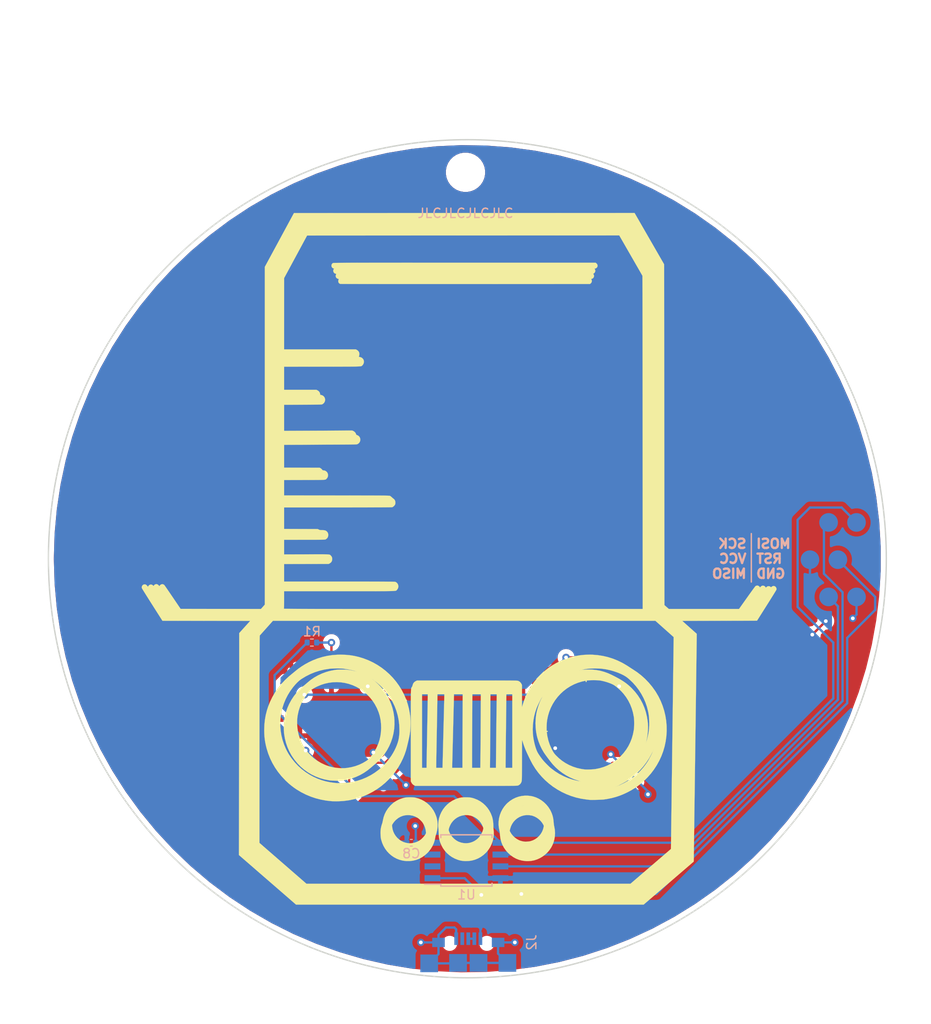
<source format=kicad_pcb>
(kicad_pcb (version 20171130) (host pcbnew 5.1.10)
  (layers (0 F.Cu signal) (31 B.Cu signal) (34 B.Paste user) (35 F.Paste user) (36 B.SilkS user) (37 F.SilkS user hide) (38 B.Mask user) (39 F.Mask user hide) (44 Edge.Cuts user))
  (net 0 "")
  (net 1 GND)
  (net 2 VCC)
  (net 3 "Net-(D1-Pad1)")
  (net 4 "Net-(D1-Pad3)")
  (net 5 "Net-(D15-Pad1)")
  (net 6 "Net-(D2-Pad1)")
  (net 7 "Net-(D3-Pad1)")
  (net 8 "Net-(D4-Pad1)")
  (net 9 "Net-(D5-Pad1)")
  (net 10 "Net-(D6-Pad1)")
  (net 11 "Net-(D7-Pad1)")
  (net 12 "Net-(D10-Pad3)")
  (net 13 "Net-(D10-Pad1)")
  (net 14 "Net-(D11-Pad1)")
  (net 15 "Net-(D12-Pad1)")
  (net 16 "Net-(D13-Pad1)")
  (net 17 "Net-(D14-Pad1)")
  (net 18 "Net-(D16-Pad1)")
  (net 19 /MISO)
  (net 20 /SCK)
  (net 21 /LEDS)
  (net 22 /RST)
  (net 23 "Net-(J2-Pad2)")
  (net 24 "Net-(J2-Pad4)")
  (net 25 "Net-(U1-Pad2)")
  (net 26 "Net-(U1-Pad3)")
  (net 27 "Net-(D8-Pad1)")
  (module MountingHole:MountingHole_3.2mm_M3 (layer F.Cu) (at 150 58.5)
    (fp_text reference REF** hide)
    (fp_text value MountingHole_3.2mm_M3)
    (pad 1 np_thru_hole circle (at 0 0) (size 3.2 3.2) (drill 3.2) (layers *.Cu *.Mask))
  )
  (module footprint:footprint (layer F.Cu) (at 148 103)
    (fp_text reference Ref** hide)
    (fp_text value Val** hide)
  )
  (module Capacitor_SMD:C_0402_1005Metric (layer F.Cu) (at 158.68 118.9)
    (fp_text reference C2 hide)
    (fp_text value 100n)
    (pad 2 smd roundrect (at 0.48 0) (size 0.56 0.62) (layers F.Cu F.Paste F.Mask) (net 1 GND))
    (pad 1 smd roundrect (at -0.48 0) (size 0.56 0.62) (layers F.Cu F.Paste F.Mask) (net 2 VCC))
  )
  (module Capacitor_SMD:C_0402_1005Metric (layer F.Cu) (at 168.32 117.2 180)
    (fp_text reference C6 hide)
    (fp_text value 100n)
    (pad 2 smd roundrect (at 0.48 0 180) (size 0.56 0.62) (layers F.Cu F.Paste F.Mask) (net 1 GND))
    (pad 1 smd roundrect (at -0.48 0 180) (size 0.56 0.62) (layers F.Cu F.Paste F.Mask) (net 2 VCC))
  )
  (module Capacitor_SMD:C_0402_1005Metric (layer F.Cu) (at 162.6 113.08 270)
    (fp_text reference C3 hide)
    (fp_text value 100n)
    (pad 1 smd roundrect (at -0.48 0 270) (size 0.56 0.62) (layers F.Cu F.Paste F.Mask) (net 2 VCC))
    (pad 2 smd roundrect (at 0.48 0 270) (size 0.56 0.62) (layers F.Cu F.Paste F.Mask) (net 1 GND))
  )
  (module Capacitor_SMD:C_0402_1005Metric (layer F.Cu) (at 135.6 113.08 270)
    (fp_text reference C7 hide)
    (fp_text value 100n)
    (pad 1 smd roundrect (at -0.48 0 270) (size 0.56 0.62) (layers F.Cu F.Paste F.Mask) (net 2 VCC))
    (pad 2 smd roundrect (at 0.48 0 270) (size 0.56 0.62) (layers F.Cu F.Paste F.Mask) (net 1 GND))
  )
  (module Capacitor_SMD:C_0402_1005Metric (layer F.Cu) (at 131.73 119)
    (fp_text reference C4 hide)
    (fp_text value 100n)
    (pad 2 smd roundrect (at 0.48 0) (size 0.56 0.62) (layers F.Cu F.Paste F.Mask) (net 1 GND))
    (pad 1 smd roundrect (at -0.48 0) (size 0.56 0.62) (layers F.Cu F.Paste F.Mask) (net 2 VCC))
  )
  (module Capacitor_SMD:C_0402_1005Metric (layer B.Cu) (at 144.18 130.5)
    (fp_text reference C8 (at 0 1.16) (layer B.SilkS) (effects (justify mirror)))
    (fp_text value 100n)
    (pad 2 smd roundrect (at 0.48 0) (size 0.56 0.62) (layers B.Cu B.Paste B.Mask) (net 1 GND))
    (pad 1 smd roundrect (at -0.48 0) (size 0.56 0.62) (layers B.Cu B.Paste B.Mask) (net 2 VCC))
  )
  (module Capacitor_SMD:C_0402_1005Metric (layer F.Cu) (at 164.4 122.82 90)
    (fp_text reference C5 hide)
    (fp_text value 100n)
    (pad 1 smd roundrect (at -0.48 0 90) (size 0.56 0.62) (layers F.Cu F.Paste F.Mask) (net 2 VCC))
    (pad 2 smd roundrect (at 0.48 0 90) (size 0.56 0.62) (layers F.Cu F.Paste F.Mask) (net 1 GND))
  )
  (module Capacitor_SMD:C_0402_1005Metric (layer F.Cu) (at 137.5 122.77 90)
    (fp_text reference C9 hide)
    (fp_text value 100n)
    (pad 1 smd roundrect (at -0.48 0 90) (size 0.56 0.62) (layers F.Cu F.Paste F.Mask) (net 2 VCC))
    (pad 2 smd roundrect (at 0.48 0 90) (size 0.56 0.62) (layers F.Cu F.Paste F.Mask) (net 1 GND))
  )
  (module Capacitor_SMD:C_0402_1005Metric (layer F.Cu) (at 141.52 117 180)
    (fp_text reference C1 hide)
    (fp_text value 100n)
    (pad 1 smd roundrect (at -0.48 0 180) (size 0.56 0.62) (layers F.Cu F.Paste F.Mask) (net 2 VCC))
    (pad 2 smd roundrect (at 0.48 0 180) (size 0.56 0.62) (layers F.Cu F.Paste F.Mask) (net 1 GND))
  )
  (module footprint:ws2812_2020 (layer F.Cu) (at 136.5 111)
    (fp_text reference D1 hide)
    (fp_text value 2812B_2020)
    (pad 1 smd rect (at 0.915 0.55) (size 0.7 0.7) (layers F.Cu F.Paste F.Mask) (net 3 "Net-(D1-Pad1)"))
    (pad 2 smd rect (at 0.915 -0.55) (size 0.7 0.7) (layers F.Cu F.Paste F.Mask) (net 1 GND))
    (pad 3 smd rect (at -0.915 -0.55) (size 0.7 0.7) (layers F.Cu F.Paste F.Mask) (net 4 "Net-(D1-Pad3)"))
    (pad 4 smd rect (at -0.915 0.55) (size 0.7 0.7) (layers F.Cu F.Paste F.Mask) (net 2 VCC))
  )
  (module footprint:ws2812_2020 (layer F.Cu) (at 163.5 111)
    (fp_text reference D9 hide)
    (fp_text value 2812B_2020)
    (pad 4 smd rect (at -0.915 0.55) (size 0.7 0.7) (layers F.Cu F.Paste F.Mask) (net 2 VCC))
    (pad 3 smd rect (at -0.915 -0.55) (size 0.7 0.7) (layers F.Cu F.Paste F.Mask) (net 27 "Net-(D8-Pad1)"))
    (pad 2 smd rect (at 0.915 -0.55) (size 0.7 0.7) (layers F.Cu F.Paste F.Mask) (net 1 GND))
    (pad 1 smd rect (at 0.915 0.55) (size 0.7 0.7) (layers F.Cu F.Paste F.Mask) (net 12 "Net-(D10-Pad3)"))
  )
  (module footprint:ws2812_2020 (layer F.Cu) (at 141.5 113.1 315)
    (fp_text reference D2 hide)
    (fp_text value 2812B_2020)
    (pad 4 smd rect (at -0.915 0.55 315) (size 0.7 0.7) (layers F.Cu F.Paste F.Mask) (net 2 VCC))
    (pad 3 smd rect (at -0.915 -0.55 315) (size 0.7 0.7) (layers F.Cu F.Paste F.Mask) (net 3 "Net-(D1-Pad1)"))
    (pad 2 smd rect (at 0.915 -0.55 315) (size 0.7 0.7) (layers F.Cu F.Paste F.Mask) (net 1 GND))
    (pad 1 smd rect (at 0.915 0.55 315) (size 0.7 0.7) (layers F.Cu F.Paste F.Mask) (net 6 "Net-(D2-Pad1)"))
  )
  (module footprint:ws2812_2020 (layer F.Cu) (at 168.5 113 315)
    (fp_text reference D10 hide)
    (fp_text value 2812B_2020)
    (pad 1 smd rect (at 0.915 0.55 315) (size 0.7 0.7) (layers F.Cu F.Paste F.Mask) (net 13 "Net-(D10-Pad1)"))
    (pad 2 smd rect (at 0.915 -0.55 315) (size 0.7 0.7) (layers F.Cu F.Paste F.Mask) (net 1 GND))
    (pad 3 smd rect (at -0.915 -0.55 315) (size 0.7 0.7) (layers F.Cu F.Paste F.Mask) (net 12 "Net-(D10-Pad3)"))
    (pad 4 smd rect (at -0.915 0.55 315) (size 0.7 0.7) (layers F.Cu F.Paste F.Mask) (net 2 VCC))
  )
  (module footprint:ws2812_2020 (layer F.Cu) (at 143.55 117.915 270)
    (fp_text reference D3 hide)
    (fp_text value 2812B_2020)
    (pad 1 smd rect (at 0.915 0.55 270) (size 0.7 0.7) (layers F.Cu F.Paste F.Mask) (net 7 "Net-(D3-Pad1)"))
    (pad 2 smd rect (at 0.915 -0.55 270) (size 0.7 0.7) (layers F.Cu F.Paste F.Mask) (net 1 GND))
    (pad 3 smd rect (at -0.915 -0.55 270) (size 0.7 0.7) (layers F.Cu F.Paste F.Mask) (net 6 "Net-(D2-Pad1)"))
    (pad 4 smd rect (at -0.915 0.55 270) (size 0.7 0.7) (layers F.Cu F.Paste F.Mask) (net 2 VCC))
  )
  (module footprint:ws2812_2020 (layer F.Cu) (at 170.5 118.1 270)
    (fp_text reference D11 hide)
    (fp_text value 2812B_2020)
    (pad 4 smd rect (at -0.915 0.55 270) (size 0.7 0.7) (layers F.Cu F.Paste F.Mask) (net 2 VCC))
    (pad 3 smd rect (at -0.915 -0.55 270) (size 0.7 0.7) (layers F.Cu F.Paste F.Mask) (net 13 "Net-(D10-Pad1)"))
    (pad 2 smd rect (at 0.915 -0.55 270) (size 0.7 0.7) (layers F.Cu F.Paste F.Mask) (net 1 GND))
    (pad 1 smd rect (at 0.915 0.55 270) (size 0.7 0.7) (layers F.Cu F.Paste F.Mask) (net 14 "Net-(D11-Pad1)"))
  )
  (module footprint:ws2812_2020 (layer F.Cu) (at 141.435911 122.941906 225)
    (fp_text reference D4 hide)
    (fp_text value 2812B_2020)
    (pad 4 smd rect (at -0.915 0.55 225) (size 0.7 0.7) (layers F.Cu F.Paste F.Mask) (net 2 VCC))
    (pad 3 smd rect (at -0.915 -0.55 225) (size 0.7 0.7) (layers F.Cu F.Paste F.Mask) (net 7 "Net-(D3-Pad1)"))
    (pad 2 smd rect (at 0.915 -0.55 225) (size 0.7 0.7) (layers F.Cu F.Paste F.Mask) (net 1 GND))
    (pad 1 smd rect (at 0.915 0.55 225) (size 0.7 0.7) (layers F.Cu F.Paste F.Mask) (net 8 "Net-(D4-Pad1)"))
  )
  (module footprint:ws2812_2020 (layer F.Cu) (at 168.464089 122.958094 225)
    (fp_text reference D12 hide)
    (fp_text value 2812B_2020)
    (pad 1 smd rect (at 0.915 0.55 225) (size 0.7 0.7) (layers F.Cu F.Paste F.Mask) (net 15 "Net-(D12-Pad1)"))
    (pad 2 smd rect (at 0.915 -0.55 225) (size 0.7 0.7) (layers F.Cu F.Paste F.Mask) (net 1 GND))
    (pad 3 smd rect (at -0.915 -0.55 225) (size 0.7 0.7) (layers F.Cu F.Paste F.Mask) (net 14 "Net-(D11-Pad1)"))
    (pad 4 smd rect (at -0.915 0.55 225) (size 0.7 0.7) (layers F.Cu F.Paste F.Mask) (net 2 VCC))
  )
  (module footprint:ws2812_2020 (layer F.Cu) (at 136.585 124.95 180)
    (fp_text reference D5 hide)
    (fp_text value 2812B_2020)
    (pad 1 smd rect (at 0.915 0.55 180) (size 0.7 0.7) (layers F.Cu F.Paste F.Mask) (net 9 "Net-(D5-Pad1)"))
    (pad 2 smd rect (at 0.915 -0.55 180) (size 0.7 0.7) (layers F.Cu F.Paste F.Mask) (net 1 GND))
    (pad 3 smd rect (at -0.915 -0.55 180) (size 0.7 0.7) (layers F.Cu F.Paste F.Mask) (net 8 "Net-(D4-Pad1)"))
    (pad 4 smd rect (at -0.915 0.55 180) (size 0.7 0.7) (layers F.Cu F.Paste F.Mask) (net 2 VCC))
  )
  (module footprint:ws2812_2020 (layer F.Cu) (at 163.5 125 180)
    (fp_text reference D13 hide)
    (fp_text value 2812B_2020)
    (pad 4 smd rect (at -0.915 0.55 180) (size 0.7 0.7) (layers F.Cu F.Paste F.Mask) (net 2 VCC))
    (pad 3 smd rect (at -0.915 -0.55 180) (size 0.7 0.7) (layers F.Cu F.Paste F.Mask) (net 15 "Net-(D12-Pad1)"))
    (pad 2 smd rect (at 0.915 -0.55 180) (size 0.7 0.7) (layers F.Cu F.Paste F.Mask) (net 1 GND))
    (pad 1 smd rect (at 0.915 0.55 180) (size 0.7 0.7) (layers F.Cu F.Paste F.Mask) (net 16 "Net-(D13-Pad1)"))
  )
  (module footprint:ws2812_2020 (layer F.Cu) (at 131.8 123.15 135)
    (fp_text reference D6 hide)
    (fp_text value 2812B_2020)
    (pad 4 smd rect (at -0.915 0.55 135) (size 0.7 0.7) (layers F.Cu F.Paste F.Mask) (net 2 VCC))
    (pad 3 smd rect (at -0.915 -0.55 135) (size 0.7 0.7) (layers F.Cu F.Paste F.Mask) (net 9 "Net-(D5-Pad1)"))
    (pad 2 smd rect (at 0.915 -0.55 135) (size 0.7 0.7) (layers F.Cu F.Paste F.Mask) (net 1 GND))
    (pad 1 smd rect (at 0.915 0.55 135) (size 0.7 0.7) (layers F.Cu F.Paste F.Mask) (net 10 "Net-(D6-Pad1)"))
  )
  (module footprint:ws2812_2020 (layer F.Cu) (at 158.6 122.9 135)
    (fp_text reference D14 hide)
    (fp_text value 2812B_2020)
    (pad 1 smd rect (at 0.915 0.55 135) (size 0.7 0.7) (layers F.Cu F.Paste F.Mask) (net 17 "Net-(D14-Pad1)"))
    (pad 2 smd rect (at 0.915 -0.55 135) (size 0.7 0.7) (layers F.Cu F.Paste F.Mask) (net 1 GND))
    (pad 3 smd rect (at -0.915 -0.55 135) (size 0.7 0.7) (layers F.Cu F.Paste F.Mask) (net 16 "Net-(D13-Pad1)"))
    (pad 4 smd rect (at -0.915 0.55 135) (size 0.7 0.7) (layers F.Cu F.Paste F.Mask) (net 2 VCC))
  )
  (module footprint:ws2812_2020 (layer F.Cu) (at 129.55 118.085 90)
    (fp_text reference D7 hide)
    (fp_text value 2812B_2020)
    (pad 1 smd rect (at 0.915 0.55 90) (size 0.7 0.7) (layers F.Cu F.Paste F.Mask) (net 11 "Net-(D7-Pad1)"))
    (pad 2 smd rect (at 0.915 -0.55 90) (size 0.7 0.7) (layers F.Cu F.Paste F.Mask) (net 1 GND))
    (pad 3 smd rect (at -0.915 -0.55 90) (size 0.7 0.7) (layers F.Cu F.Paste F.Mask) (net 10 "Net-(D6-Pad1)"))
    (pad 4 smd rect (at -0.915 0.55 90) (size 0.7 0.7) (layers F.Cu F.Paste F.Mask) (net 2 VCC))
  )
  (module footprint:ws2812_2020 (layer F.Cu) (at 156.5 118 90)
    (fp_text reference D15 hide)
    (fp_text value 2812B_2020)
    (pad 4 smd rect (at -0.915 0.55 90) (size 0.7 0.7) (layers F.Cu F.Paste F.Mask) (net 2 VCC))
    (pad 3 smd rect (at -0.915 -0.55 90) (size 0.7 0.7) (layers F.Cu F.Paste F.Mask) (net 17 "Net-(D14-Pad1)"))
    (pad 2 smd rect (at 0.915 -0.55 90) (size 0.7 0.7) (layers F.Cu F.Paste F.Mask) (net 1 GND))
    (pad 1 smd rect (at 0.915 0.55 90) (size 0.7 0.7) (layers F.Cu F.Paste F.Mask) (net 5 "Net-(D15-Pad1)"))
  )
  (module footprint:ws2812_2020 (layer F.Cu) (at 131.6 113.1 45)
    (fp_text reference D8 hide)
    (fp_text value 2812B_2020)
    (pad 1 smd rect (at 0.915 0.55 45) (size 0.7 0.7) (layers F.Cu F.Paste F.Mask) (net 27 "Net-(D8-Pad1)"))
    (pad 2 smd rect (at 0.915 -0.55 45) (size 0.7 0.7) (layers F.Cu F.Paste F.Mask) (net 1 GND))
    (pad 3 smd rect (at -0.915 -0.55 45) (size 0.7 0.7) (layers F.Cu F.Paste F.Mask) (net 11 "Net-(D7-Pad1)"))
    (pad 4 smd rect (at -0.915 0.55 45) (size 0.7 0.7) (layers F.Cu F.Paste F.Mask) (net 2 VCC))
  )
  (module footprint:ws2812_2020 (layer F.Cu) (at 158.6 113.1 45)
    (fp_text reference D16 hide)
    (fp_text value 2812B_2020)
    (pad 4 smd rect (at -0.915 0.55 45) (size 0.7 0.7) (layers F.Cu F.Paste F.Mask) (net 2 VCC))
    (pad 3 smd rect (at -0.915 -0.55 45) (size 0.7 0.7) (layers F.Cu F.Paste F.Mask) (net 5 "Net-(D15-Pad1)"))
    (pad 2 smd rect (at 0.915 -0.55 45) (size 0.7 0.7) (layers F.Cu F.Paste F.Mask) (net 1 GND))
    (pad 1 smd rect (at 0.915 0.55 45) (size 0.7 0.7) (layers F.Cu F.Paste F.Mask) (net 18 "Net-(D16-Pad1)"))
  )
  (module footprint:debug_header (layer B.Cu) (at 188 100.1)
    (fp_text reference J1 hide)
    (fp_text value AVR-ISP-6)
    (pad 1 smd circle (at 1 4) (size 2 2) (layers B.Cu B.Paste B.Mask) (net 19 /MISO))
    (pad 2 smd circle (at -1 0) (size 2 2) (layers B.Cu B.Paste B.Mask) (net 2 VCC))
    (pad 3 smd circle (at 1 -4) (size 2 2) (layers B.Cu B.Paste B.Mask) (net 20 /SCK))
    (pad 4 smd circle (at 4 -4) (size 2 2) (layers B.Cu B.Paste B.Mask) (net 21 /LEDS))
    (pad 5 smd circle (at 2 0) (size 2 2) (layers B.Cu B.Paste B.Mask) (net 22 /RST))
    (pad 6 smd circle (at 4 4) (size 2 2) (layers B.Cu B.Paste B.Mask) (net 1 GND))
  )
  (module footprint:micro_usb (layer B.Cu) (at 150.3 140.1 180)
    (fp_text reference J2 (at -6.8 -1.1 90) (layer B.SilkS) (effects (justify mirror)))
    (fp_text value USB_B_Micro)
    (pad 1 smd rect (at -1.3 -0.7 180) (size 0.4 1.35) (layers B.Cu B.Paste B.Mask) (net 2 VCC))
    (pad 2 smd rect (at -0.65 -0.7 180) (size 0.4 1.35) (layers B.Cu B.Paste B.Mask) (net 23 "Net-(J2-Pad2)"))
    (pad 3 smd rect (at 0 -0.7 180) (size 0.4 1.35) (layers B.Cu B.Paste B.Mask) (net 23 "Net-(J2-Pad2)"))
    (pad 4 smd rect (at 0.65 -0.7 180) (size 0.4 1.35) (layers B.Cu B.Paste B.Mask) (net 24 "Net-(J2-Pad4)"))
    (pad 5 smd rect (at 1.3 -0.7 180) (size 0.4 1.35) (layers B.Cu B.Paste B.Mask) (net 1 GND))
    (pad 6 smd rect (at -3.2 -1.1 180) (size 1.35 1) (layers B.Cu B.Paste B.Mask) (net 1 GND))
    (pad 6 smd rect (at 3.2 -1.1 180) (size 1.35 1) (layers B.Cu B.Paste B.Mask) (net 1 GND))
    (pad 6 smd rect (at 4.2 -3.35 180) (size 1.9 1.9) (layers B.Cu B.Paste B.Mask) (net 1 GND))
    (pad 6 smd rect (at -4.2 -3.3 180) (size 1.9 1.9) (layers B.Cu B.Paste B.Mask) (net 1 GND))
    (pad "" np_thru_hole circle (at -2 -1.2 180) (size 0.6 0.6) (drill 0.6) (layers *.Cu *.Mask))
    (pad "" np_thru_hole circle (at 2 -1.2 180) (size 0.6 0.6) (drill 0.6) (layers *.Cu *.Mask))
    (pad 6 smd rect (at -1.1 -3.3 180) (size 1.9 1.9) (layers B.Cu B.Paste B.Mask) (net 1 GND))
    (pad 6 smd rect (at 1.1 -3.3 180) (size 1.9 1.9) (layers B.Cu B.Paste B.Mask) (net 1 GND))
  )
  (module Resistor_SMD:R_0402_1005Metric (layer B.Cu) (at 133.5 109 180)
    (fp_text reference R1 (at 0 1.17) (layer B.SilkS) (effects (justify mirror)))
    (fp_text value 470)
    (pad 1 smd roundrect (at -0.51 0 180) (size 0.54 0.64) (layers B.Cu B.Paste B.Mask) (net 4 "Net-(D1-Pad3)"))
    (pad 2 smd roundrect (at 0.51 0 180) (size 0.54 0.64) (layers B.Cu B.Paste B.Mask) (net 21 /LEDS))
  )
  (module Package_SO:SOIJ-8_5.3x5.3mm_P1.27mm (layer B.Cu) (at 150.1 132.4)
    (fp_text reference U1 (at 0 3.68) (layer B.SilkS) (effects (justify mirror)))
    (fp_text value ATtiny45-20XU)
    (pad 1 smd rect (at -3.65 1.905) (size 1.7 0.65) (layers B.Cu B.Paste B.Mask) (net 22 /RST))
    (pad 2 smd rect (at -3.65 0.635) (size 1.7 0.65) (layers B.Cu B.Paste B.Mask) (net 25 "Net-(U1-Pad2)"))
    (pad 3 smd rect (at -3.65 -0.635) (size 1.7 0.65) (layers B.Cu B.Paste B.Mask) (net 26 "Net-(U1-Pad3)"))
    (pad 4 smd rect (at -3.65 -1.905) (size 1.7 0.65) (layers B.Cu B.Paste B.Mask) (net 1 GND))
    (pad 5 smd rect (at 3.65 -1.905) (size 1.7 0.65) (layers B.Cu B.Paste B.Mask) (net 21 /LEDS))
    (pad 6 smd rect (at 3.65 -0.635) (size 1.7 0.65) (layers B.Cu B.Paste B.Mask) (net 19 /MISO))
    (pad 7 smd rect (at 3.65 0.635) (size 1.7 0.65) (layers B.Cu B.Paste B.Mask) (net 20 /SCK))
    (pad 8 smd rect (at 3.65 1.905) (size 1.7 0.65) (layers B.Cu B.Paste B.Mask) (net 2 VCC))
  )
  (gr_text JLCJLCJLCJLC (at 150 62.9) (layer B.SilkS) (effects (font (size 1 1))))
  (gr_line (start 180.7 97.3) (end 180.7 102.5) (layer B.SilkS) (width 0.15))
  (gr_text "MOSI\nRST\nGND" (at 181.1 100) (layer B.SilkS) (effects (font (size 1 1) (thickness 0.25)) (justify right mirror)))
  (gr_text "SCK\nVCC\nMISO" (at 180.3 100) (layer B.SilkS) (effects (font (size 1 1) (thickness 0.25)) (justify left mirror)))
  (gr_circle (center 150.2 100) (end 195.2 100) (layer Edge.Cuts) (width 0.15))
  (via (at 140.1 120.8) (size 0.8) (drill 0.4) (layers F.Cu B.Cu) (net 1))
  (segment (start 138.99 120.8) (end 140.1 120.8) (width 0.25) (layer F.Cu) (net 1))
  (segment (start 137.5 122.29) (end 138.99 120.8) (width 0.25) (layer F.Cu) (net 1))
  (via (at 143.6 124.3) (size 0.8) (drill 0.4) (layers F.Cu B.Cu) (net 1))
  (segment (start 140.1 120.8) (end 143.6 124.3) (width 0.25) (layer B.Cu) (net 1))
  (via (at 165.6 121) (size 0.8) (drill 0.4) (layers F.Cu B.Cu) (net 1))
  (segment (start 164.4 122.2) (end 165.6 121) (width 0.25) (layer F.Cu) (net 1))
  (segment (start 164.4 122.34) (end 164.4 122.2) (width 0.25) (layer F.Cu) (net 1))
  (via (at 169.6 125.3) (size 0.8) (drill 0.4) (layers F.Cu B.Cu) (net 1))
  (segment (start 169.6 125) (end 169.6 125.3) (width 0.25) (layer B.Cu) (net 1))
  (segment (start 165.6 121) (end 169.6 125) (width 0.25) (layer B.Cu) (net 1))
  (via (at 155.3 141.2) (size 0.8) (drill 0.4) (layers F.Cu B.Cu) (net 1))
  (via (at 145.2 141.2) (size 0.8) (drill 0.4) (layers F.Cu B.Cu) (net 1))
  (segment (start 147 141.2) (end 145.2 141.2) (width 0.25) (layer B.Cu) (net 1))
  (segment (start 147.1 141.2) (end 147 141.2) (width 0.25) (layer B.Cu) (net 1))
  (segment (start 153.5 141.2) (end 155.3 141.2) (width 0.25) (layer B.Cu) (net 1))
  (segment (start 147.1 141.2) (end 147.1 140.4) (width 0.25) (layer B.Cu) (net 1))
  (segment (start 147.1 140.4) (end 147.9 139.6) (width 0.25) (layer B.Cu) (net 1))
  (segment (start 149 139.8) (end 149 140.8) (width 0.25) (layer B.Cu) (net 1))
  (segment (start 148.8 139.6) (end 149 139.8) (width 0.25) (layer B.Cu) (net 1))
  (segment (start 147.9 139.6) (end 148.8 139.6) (width 0.25) (layer B.Cu) (net 1))
  (segment (start 153.5 142.4) (end 154.5 143.4) (width 0.25) (layer B.Cu) (net 1))
  (segment (start 153.5 141.2) (end 153.5 142.4) (width 0.25) (layer B.Cu) (net 1))
  (segment (start 147.1 142.45) (end 146.1 143.45) (width 0.25) (layer B.Cu) (net 1))
  (segment (start 147.1 141.2) (end 147.1 142.45) (width 0.25) (layer B.Cu) (net 1))
  (segment (start 149.15 143.45) (end 149.2 143.4) (width 0.25) (layer B.Cu) (net 1))
  (segment (start 146.1 143.45) (end 149.15 143.45) (width 0.25) (layer B.Cu) (net 1))
  (segment (start 149.2 143.4) (end 151.4 143.4) (width 0.25) (layer B.Cu) (net 1))
  (segment (start 151.4 143.4) (end 154.5 143.4) (width 0.25) (layer B.Cu) (net 1))
  (segment (start 144.665 130.495) (end 144.66 130.5) (width 0.25) (layer B.Cu) (net 1))
  (segment (start 146.45 130.495) (end 144.665 130.495) (width 0.25) (layer B.Cu) (net 1))
  (via (at 144.6 128.7) (size 0.8) (drill 0.4) (layers F.Cu B.Cu) (net 1))
  (segment (start 144.66 128.76) (end 144.6 128.7) (width 0.25) (layer B.Cu) (net 1))
  (segment (start 144.66 130.5) (end 144.66 128.76) (width 0.25) (layer B.Cu) (net 1))
  (via (at 191.6 106.4) (size 0.8) (drill 0.4) (layers F.Cu B.Cu) (net 1))
  (segment (start 192 106) (end 191.6 106.4) (width 0.25) (layer B.Cu) (net 1))
  (segment (start 192 104.1) (end 192 106) (width 0.25) (layer B.Cu) (net 1))
  (segment (start 162.6 111.565) (end 162.585 111.55) (width 0.25) (layer F.Cu) (net 2))
  (segment (start 162.6 112.6) (end 162.6 111.565) (width 0.25) (layer F.Cu) (net 2))
  (segment (start 169.935 117.2) (end 169.95 117.185) (width 0.25) (layer F.Cu) (net 2))
  (segment (start 168.8 117.2) (end 169.935 117.2) (width 0.25) (layer F.Cu) (net 2))
  (segment (start 157.065 118.9) (end 157.05 118.915) (width 0.25) (layer F.Cu) (net 2))
  (segment (start 158.2 118.9) (end 157.065 118.9) (width 0.25) (layer F.Cu) (net 2))
  (segment (start 164.4 124.435) (end 164.415 124.45) (width 0.25) (layer F.Cu) (net 2))
  (segment (start 164.4 123.3) (end 164.4 124.435) (width 0.25) (layer F.Cu) (net 2))
  (segment (start 158.2 118.907626) (end 158.2 118.9) (width 0.25) (layer F.Cu) (net 2))
  (segment (start 159.635911 120.343537) (end 158.2 118.907626) (width 0.25) (layer F.Cu) (net 2))
  (segment (start 159.635911 123.158094) (end 159.635911 120.343537) (width 0.25) (layer F.Cu) (net 2))
  (segment (start 159.777817 123.3) (end 159.635911 123.158094) (width 0.25) (layer F.Cu) (net 2))
  (segment (start 164.4 123.3) (end 159.777817 123.3) (width 0.25) (layer F.Cu) (net 2))
  (segment (start 164.407626 123.3) (end 164.4 123.3) (width 0.25) (layer F.Cu) (net 2))
  (segment (start 165.785443 121.922183) (end 164.407626 123.3) (width 0.25) (layer F.Cu) (net 2))
  (segment (start 168.722183 121.922183) (end 165.785443 121.922183) (width 0.25) (layer F.Cu) (net 2))
  (segment (start 168.8 121.844366) (end 168.722183 121.922183) (width 0.25) (layer F.Cu) (net 2))
  (segment (start 168.8 117.2) (end 168.8 121.844366) (width 0.25) (layer F.Cu) (net 2))
  (segment (start 167.322183 112.6) (end 167.464089 112.741906) (width 0.25) (layer F.Cu) (net 2))
  (segment (start 162.6 112.6) (end 167.322183 112.6) (width 0.25) (layer F.Cu) (net 2))
  (segment (start 168.8 117.192374) (end 168.8 117.2) (width 0.25) (layer F.Cu) (net 2))
  (segment (start 167.464089 115.856463) (end 168.8 117.192374) (width 0.25) (layer F.Cu) (net 2))
  (segment (start 167.464089 112.741906) (end 167.464089 115.856463) (width 0.25) (layer F.Cu) (net 2))
  (segment (start 158.2 114.277817) (end 158.341906 114.135911) (width 0.25) (layer F.Cu) (net 2))
  (segment (start 158.2 118.9) (end 158.2 114.277817) (width 0.25) (layer F.Cu) (net 2))
  (segment (start 137.5 123.25) (end 137.5 124.4) (width 0.25) (layer F.Cu) (net 2))
  (segment (start 142 117) (end 143 117) (width 0.25) (layer F.Cu) (net 2))
  (segment (start 131.25 119) (end 130.1 119) (width 0.25) (layer F.Cu) (net 2))
  (segment (start 135.6 111.565) (end 135.585 111.55) (width 0.25) (layer F.Cu) (net 2))
  (segment (start 135.6 112.6) (end 135.6 111.565) (width 0.25) (layer F.Cu) (net 2))
  (segment (start 140.222183 112.6) (end 140.464089 112.841906) (width 0.25) (layer F.Cu) (net 2))
  (segment (start 135.6 112.6) (end 140.222183 112.6) (width 0.25) (layer F.Cu) (net 2))
  (segment (start 142 115.332427) (end 142 117) (width 0.25) (layer F.Cu) (net 2))
  (segment (start 140.464089 113.796516) (end 142 115.332427) (width 0.25) (layer F.Cu) (net 2))
  (segment (start 140.464089 112.841906) (end 140.464089 113.796516) (width 0.25) (layer F.Cu) (net 2))
  (segment (start 142 121.6) (end 141.694005 121.905995) (width 0.25) (layer F.Cu) (net 2))
  (segment (start 142 117) (end 142 121.6) (width 0.25) (layer F.Cu) (net 2))
  (segment (start 138.851631 121.905995) (end 137.507626 123.25) (width 0.25) (layer F.Cu) (net 2))
  (segment (start 137.507626 123.25) (end 137.5 123.25) (width 0.25) (layer F.Cu) (net 2))
  (segment (start 141.694005 121.905995) (end 138.851631 121.905995) (width 0.25) (layer F.Cu) (net 2))
  (segment (start 132.994005 123.25) (end 132.835911 123.408094) (width 0.25) (layer F.Cu) (net 2))
  (segment (start 137.5 123.25) (end 132.994005 123.25) (width 0.25) (layer F.Cu) (net 2))
  (segment (start 131.25 119.007626) (end 131.25 119) (width 0.25) (layer F.Cu) (net 2))
  (segment (start 132.835911 120.593537) (end 131.25 119.007626) (width 0.25) (layer F.Cu) (net 2))
  (segment (start 132.835911 123.408094) (end 132.835911 120.593537) (width 0.25) (layer F.Cu) (net 2))
  (segment (start 131.25 114.227817) (end 131.341906 114.135911) (width 0.25) (layer F.Cu) (net 2))
  (segment (start 131.25 119) (end 131.25 114.227817) (width 0.25) (layer F.Cu) (net 2))
  (via (at 132.835911 120.593537) (size 0.8) (drill 0.4) (layers F.Cu B.Cu) (net 2))
  (via (at 139.5 113.7) (size 0.8) (drill 0.4) (layers F.Cu B.Cu) (net 2))
  (segment (start 140.358094 112.841906) (end 139.5 113.7) (width 0.25) (layer F.Cu) (net 2))
  (segment (start 140.464089 112.841906) (end 140.358094 112.841906) (width 0.25) (layer F.Cu) (net 2))
  (via (at 159.635911 120.343537) (size 0.8) (drill 0.4) (layers F.Cu B.Cu) (net 2))
  (via (at 166.5 113.7) (size 0.8) (drill 0.4) (layers F.Cu B.Cu) (net 2))
  (segment (start 167.458094 112.741906) (end 166.5 113.7) (width 0.25) (layer F.Cu) (net 2))
  (segment (start 167.464089 112.741906) (end 167.458094 112.741906) (width 0.25) (layer F.Cu) (net 2))
  (segment (start 151.6 140.8) (end 151.6 139.4) (width 0.25) (layer B.Cu) (net 2))
  (via (at 188.7 106.699998) (size 0.8) (drill 0.4) (layers F.Cu B.Cu) (net 2))
  (segment (start 187 100.1) (end 187 105) (width 0.25) (layer B.Cu) (net 2))
  (segment (start 187 105) (end 187.400001 105.399999) (width 0.25) (layer B.Cu) (net 2))
  (segment (start 187.400001 105.399999) (end 188.7 106.699998) (width 0.25) (layer B.Cu) (net 2))
  (via (at 187.25 108.15) (size 0.8) (drill 0.4) (layers F.Cu B.Cu) (net 2))
  (segment (start 188.7 106.699998) (end 188.300001 107.099999) (width 0.25) (layer F.Cu) (net 2))
  (segment (start 188.300001 107.099999) (end 187.25 108.15) (width 0.25) (layer F.Cu) (net 2))
  (segment (start 140.727817 111.55) (end 141.241906 112.064089) (width 0.25) (layer F.Cu) (net 3))
  (segment (start 137.415 111.55) (end 140.727817 111.55) (width 0.25) (layer F.Cu) (net 3))
  (via (at 135.6 109) (size 0.8) (drill 0.4) (layers F.Cu B.Cu) (net 4))
  (segment (start 135.6 110.435) (end 135.585 110.45) (width 0.25) (layer F.Cu) (net 4))
  (segment (start 135.6 109) (end 135.6 110.435) (width 0.25) (layer F.Cu) (net 4))
  (segment (start 134.01 109) (end 135.6 109) (width 0.25) (layer B.Cu) (net 4))
  (segment (start 157.05 113.872183) (end 157.564089 113.358094) (width 0.25) (layer F.Cu) (net 5))
  (segment (start 157.05 117.085) (end 157.05 113.872183) (width 0.25) (layer F.Cu) (net 5))
  (segment (start 144.1 116.477817) (end 144.1 117) (width 0.25) (layer F.Cu) (net 6))
  (segment (start 141.758094 114.135911) (end 144.1 116.477817) (width 0.25) (layer F.Cu) (net 6))
  (segment (start 143 122.155634) (end 142.471822 122.683812) (width 0.25) (layer F.Cu) (net 7))
  (segment (start 143 118.83) (end 143 122.155634) (width 0.25) (layer F.Cu) (net 7))
  (segment (start 138.1 125.5) (end 137.5 125.5) (width 0.25) (layer F.Cu) (net 8))
  (segment (start 140.4 123.2) (end 138.1 125.5) (width 0.25) (layer F.Cu) (net 8))
  (segment (start 132.272183 124.4) (end 132.058094 124.185911) (width 0.25) (layer F.Cu) (net 9))
  (segment (start 135.67 124.4) (end 132.272183 124.4) (width 0.25) (layer F.Cu) (net 9))
  (segment (start 129 119.572183) (end 129 119) (width 0.25) (layer F.Cu) (net 10))
  (segment (start 131.541906 122.114089) (end 129 119.572183) (width 0.25) (layer F.Cu) (net 10))
  (segment (start 130.1 113.822183) (end 130.564089 113.358094) (width 0.25) (layer F.Cu) (net 11))
  (segment (start 130.1 117.17) (end 130.1 113.822183) (width 0.25) (layer F.Cu) (net 11))
  (segment (start 167.827817 111.55) (end 168.241906 111.964089) (width 0.25) (layer F.Cu) (net 12))
  (segment (start 164.415 111.55) (end 167.827817 111.55) (width 0.25) (layer F.Cu) (net 12))
  (segment (start 171.05 116.327817) (end 171.05 117.185) (width 0.25) (layer F.Cu) (net 13))
  (segment (start 168.758094 114.035911) (end 171.05 116.327817) (width 0.25) (layer F.Cu) (net 13))
  (segment (start 169.95 122.25) (end 169.5 122.7) (width 0.25) (layer F.Cu) (net 14))
  (segment (start 169.95 119.015) (end 169.95 122.25) (width 0.25) (layer F.Cu) (net 14))
  (segment (start 165.094366 125.55) (end 164.415 125.55) (width 0.25) (layer F.Cu) (net 15))
  (segment (start 167.428178 123.216188) (end 165.094366 125.55) (width 0.25) (layer F.Cu) (net 15))
  (segment (start 159.372183 124.45) (end 158.858094 123.935911) (width 0.25) (layer F.Cu) (net 16))
  (segment (start 162.585 124.45) (end 159.372183 124.45) (width 0.25) (layer F.Cu) (net 16))
  (segment (start 155.95 119.472183) (end 155.95 118.915) (width 0.25) (layer F.Cu) (net 17))
  (segment (start 158.341906 121.864089) (end 155.95 119.472183) (width 0.25) (layer F.Cu) (net 17))
  (segment (start 173.371411 131.765) (end 153.75 131.765) (width 0.25) (layer B.Cu) (net 19))
  (segment (start 190 105.1) (end 190 115.136411) (width 0.25) (layer B.Cu) (net 19))
  (segment (start 189 104.1) (end 190 105.1) (width 0.25) (layer B.Cu) (net 19))
  (segment (start 190 115.136411) (end 173.371411 131.765) (width 0.25) (layer B.Cu) (net 19))
  (segment (start 188.5 96.6) (end 188.5 101.6) (width 0.25) (layer B.Cu) (net 20))
  (segment (start 188.5 101.6) (end 190.5 103.6) (width 0.25) (layer B.Cu) (net 20))
  (segment (start 190.5 115.272822) (end 172.737822 133.035) (width 0.25) (layer B.Cu) (net 20))
  (segment (start 172.737822 133.035) (end 153.75 133.035) (width 0.25) (layer B.Cu) (net 20))
  (segment (start 189 96.1) (end 188.5 96.6) (width 0.25) (layer B.Cu) (net 20))
  (segment (start 190.5 103.6) (end 190.5 115.272822) (width 0.25) (layer B.Cu) (net 20))
  (segment (start 129.5 116.184624) (end 138.815376 125.5) (width 0.25) (layer B.Cu) (net 21))
  (segment (start 129.5 112.5) (end 129.5 116.184624) (width 0.25) (layer B.Cu) (net 21))
  (segment (start 131.974999 110.025001) (end 129.5 112.5) (width 0.25) (layer B.Cu) (net 21))
  (segment (start 131.974999 110.015001) (end 131.974999 110.025001) (width 0.25) (layer B.Cu) (net 21))
  (segment (start 148.755 125.5) (end 153.75 130.495) (width 0.25) (layer B.Cu) (net 21))
  (segment (start 138.815376 125.5) (end 148.755 125.5) (width 0.25) (layer B.Cu) (net 21))
  (segment (start 132.99 109) (end 131.974999 110.015001) (width 0.25) (layer B.Cu) (net 21))
  (segment (start 187 94.5) (end 190.4 94.5) (width 0.25) (layer B.Cu) (net 21))
  (segment (start 190.4 94.5) (end 192 96.1) (width 0.25) (layer B.Cu) (net 21))
  (segment (start 185.674999 105.174999) (end 185.674999 95.825001) (width 0.25) (layer B.Cu) (net 21))
  (segment (start 185.674999 95.825001) (end 186.25 95.25) (width 0.25) (layer B.Cu) (net 21))
  (segment (start 189.5 109) (end 185.674999 105.174999) (width 0.25) (layer B.Cu) (net 21))
  (segment (start 174.005 130.495) (end 189.5 115) (width 0.25) (layer B.Cu) (net 21))
  (segment (start 153.75 130.495) (end 174.005 130.495) (width 0.25) (layer B.Cu) (net 21))
  (segment (start 186.25 95.25) (end 187 94.5) (width 0.25) (layer B.Cu) (net 21))
  (segment (start 189.5 115) (end 189.5 109) (width 0.25) (layer B.Cu) (net 21))
  (segment (start 170.5 136) (end 156 136) (width 0.25) (layer B.Cu) (net 22))
  (segment (start 191 115.5) (end 170.5 136) (width 0.25) (layer B.Cu) (net 22))
  (segment (start 191 108.5) (end 191 115.5) (width 0.25) (layer B.Cu) (net 22))
  (segment (start 194 105.5) (end 191 108.5) (width 0.25) (layer B.Cu) (net 22))
  (segment (start 190 100.1) (end 194 104.1) (width 0.25) (layer B.Cu) (net 22))
  (segment (start 194 104.1) (end 194 105.5) (width 0.25) (layer B.Cu) (net 22))
  (via (at 156 136) (size 0.8) (drill 0.4) (layers F.Cu B.Cu) (net 22))
  (via (at 151.7 136.1) (size 0.8) (drill 0.4) (layers F.Cu B.Cu) (net 22))
  (segment (start 156 136) (end 151.8 136) (width 0.25) (layer F.Cu) (net 22))
  (segment (start 151.8 136) (end 151.7 136.1) (width 0.25) (layer F.Cu) (net 22))
  (segment (start 149.905 134.305) (end 151.7 136.1) (width 0.25) (layer B.Cu) (net 22))
  (segment (start 146.45 134.305) (end 149.905 134.305) (width 0.25) (layer B.Cu) (net 22))
  (segment (start 150.3 140.8) (end 150.95 140.8) (width 0.25) (layer B.Cu) (net 23))
  (via (at 160.8 110.6) (size 0.8) (drill 0.4) (layers F.Cu B.Cu) (net 27))
  (segment (start 162.435 110.6) (end 162.585 110.45) (width 0.25) (layer F.Cu) (net 27))
  (segment (start 160.8 110.6) (end 162.435 110.6) (width 0.25) (layer F.Cu) (net 27))
  (via (at 132.7 114.600004) (size 0.8) (drill 0.4) (layers F.Cu B.Cu) (net 27))
  (segment (start 132.635911 114.535915) (end 132.7 114.600004) (width 0.25) (layer F.Cu) (net 27))
  (segment (start 160.8 110.6) (end 156.799996 114.600004) (width 0.25) (layer B.Cu) (net 27))
  (segment (start 156.799996 114.600004) (end 132.7 114.600004) (width 0.25) (layer B.Cu) (net 27))
  (segment (start 132.635911 112.841906) (end 132.635911 114.535915) (width 0.25) (layer F.Cu) (net 27))
  (zone (net 1) (net_name GND) (layer F.Cu) (connect_pads (clearance 0.508)) (min_thickness 0.254) (fill yes (arc_segments 32) (thermal_gap 0.508) (thermal_bridge_width 0.508))
    (polygon (pts (xy 200 150) (xy 100 150) (xy 100 40) (xy 200 40)))
  )
  (zone (net 2) (net_name VCC) (layer B.Cu) (connect_pads (clearance 0.508)) (min_thickness 0.254) (fill yes (arc_segments 32) (thermal_gap 0.508) (thermal_bridge_width 0.508))
    (polygon (pts (xy 200 150) (xy 100 150) (xy 100 40) (xy 200 40)))
  )
)
</source>
